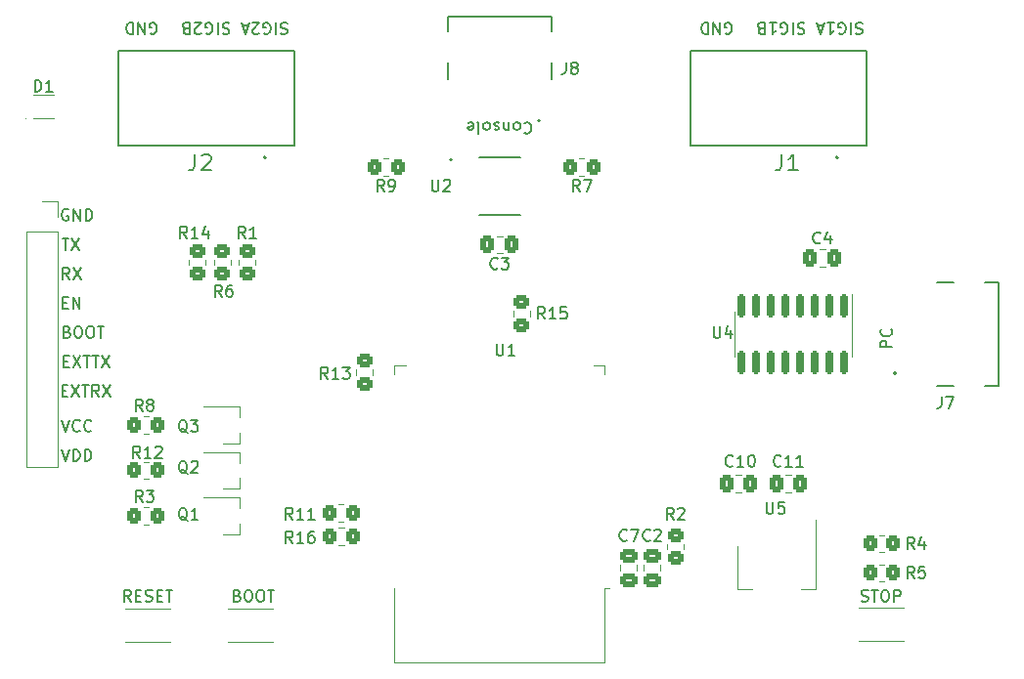
<source format=gto>
%TF.GenerationSoftware,KiCad,Pcbnew,(6.0.1)*%
%TF.CreationDate,2022-03-17T17:30:18+01:00*%
%TF.ProjectId,Control,436f6e74-726f-46c2-9e6b-696361645f70,v01*%
%TF.SameCoordinates,Original*%
%TF.FileFunction,Legend,Top*%
%TF.FilePolarity,Positive*%
%FSLAX46Y46*%
G04 Gerber Fmt 4.6, Leading zero omitted, Abs format (unit mm)*
G04 Created by KiCad (PCBNEW (6.0.1)) date 2022-03-17 17:30:18*
%MOMM*%
%LPD*%
G01*
G04 APERTURE LIST*
G04 Aperture macros list*
%AMRoundRect*
0 Rectangle with rounded corners*
0 $1 Rounding radius*
0 $2 $3 $4 $5 $6 $7 $8 $9 X,Y pos of 4 corners*
0 Add a 4 corners polygon primitive as box body*
4,1,4,$2,$3,$4,$5,$6,$7,$8,$9,$2,$3,0*
0 Add four circle primitives for the rounded corners*
1,1,$1+$1,$2,$3*
1,1,$1+$1,$4,$5*
1,1,$1+$1,$6,$7*
1,1,$1+$1,$8,$9*
0 Add four rect primitives between the rounded corners*
20,1,$1+$1,$2,$3,$4,$5,0*
20,1,$1+$1,$4,$5,$6,$7,0*
20,1,$1+$1,$6,$7,$8,$9,0*
20,1,$1+$1,$8,$9,$2,$3,0*%
G04 Aperture macros list end*
%ADD10C,0.150000*%
%ADD11C,0.127000*%
%ADD12C,0.200000*%
%ADD13C,0.120000*%
%ADD14C,0.100000*%
%ADD15C,0.700000*%
%ADD16R,1.450000X0.600000*%
%ADD17R,1.450000X0.300000*%
%ADD18O,2.100000X1.050000*%
%ADD19RoundRect,0.249999X-0.350001X-0.450001X0.350001X-0.450001X0.350001X0.450001X-0.350001X0.450001X0*%
%ADD20R,1.900000X0.800000*%
%ADD21RoundRect,0.249999X0.350001X0.450001X-0.350001X0.450001X-0.350001X-0.450001X0.350001X-0.450001X0*%
%ADD22R,0.800000X2.000000*%
%ADD23R,0.600000X1.450000*%
%ADD24R,0.300000X1.450000*%
%ADD25O,1.050000X2.100000*%
%ADD26RoundRect,0.150000X-0.150000X0.825000X-0.150000X-0.825000X0.150000X-0.825000X0.150000X0.825000X0*%
%ADD27R,1.950000X1.950000*%
%ADD28C,1.950000*%
%ADD29RoundRect,0.249999X-0.450001X0.350001X-0.450001X-0.350001X0.450001X-0.350001X0.450001X0.350001X0*%
%ADD30RoundRect,0.250000X-0.475000X0.337500X-0.475000X-0.337500X0.475000X-0.337500X0.475000X0.337500X0*%
%ADD31RoundRect,0.250000X0.350000X0.450000X-0.350000X0.450000X-0.350000X-0.450000X0.350000X-0.450000X0*%
%ADD32R,2.000000X0.900000*%
%ADD33R,0.900000X2.000000*%
%ADD34R,5.000000X5.000000*%
%ADD35RoundRect,0.250000X-0.450000X0.350000X-0.450000X-0.350000X0.450000X-0.350000X0.450000X0.350000X0*%
%ADD36R,1.500000X2.000000*%
%ADD37R,3.800000X2.000000*%
%ADD38C,3.800000*%
%ADD39R,1.570000X0.410000*%
%ADD40RoundRect,0.250000X0.337500X0.475000X-0.337500X0.475000X-0.337500X-0.475000X0.337500X-0.475000X0*%
%ADD41RoundRect,0.250000X-0.337500X-0.475000X0.337500X-0.475000X0.337500X0.475000X-0.337500X0.475000X0*%
%ADD42R,0.850000X0.550000*%
%ADD43R,1.700000X1.700000*%
%ADD44O,1.700000X1.700000*%
%ADD45RoundRect,0.250000X-0.350000X-0.450000X0.350000X-0.450000X0.350000X0.450000X-0.350000X0.450000X0*%
G04 APERTURE END LIST*
D10*
X124626857Y-124388571D02*
X124769714Y-124436190D01*
X124817333Y-124483809D01*
X124864952Y-124579047D01*
X124864952Y-124721904D01*
X124817333Y-124817142D01*
X124769714Y-124864761D01*
X124674476Y-124912380D01*
X124293523Y-124912380D01*
X124293523Y-123912380D01*
X124626857Y-123912380D01*
X124722095Y-123960000D01*
X124769714Y-124007619D01*
X124817333Y-124102857D01*
X124817333Y-124198095D01*
X124769714Y-124293333D01*
X124722095Y-124340952D01*
X124626857Y-124388571D01*
X124293523Y-124388571D01*
X125484000Y-123912380D02*
X125674476Y-123912380D01*
X125769714Y-123960000D01*
X125864952Y-124055238D01*
X125912571Y-124245714D01*
X125912571Y-124579047D01*
X125864952Y-124769523D01*
X125769714Y-124864761D01*
X125674476Y-124912380D01*
X125484000Y-124912380D01*
X125388761Y-124864761D01*
X125293523Y-124769523D01*
X125245904Y-124579047D01*
X125245904Y-124245714D01*
X125293523Y-124055238D01*
X125388761Y-123960000D01*
X125484000Y-123912380D01*
X126531619Y-123912380D02*
X126722095Y-123912380D01*
X126817333Y-123960000D01*
X126912571Y-124055238D01*
X126960190Y-124245714D01*
X126960190Y-124579047D01*
X126912571Y-124769523D01*
X126817333Y-124864761D01*
X126722095Y-124912380D01*
X126531619Y-124912380D01*
X126436380Y-124864761D01*
X126341142Y-124769523D01*
X126293523Y-124579047D01*
X126293523Y-124245714D01*
X126341142Y-124055238D01*
X126436380Y-123960000D01*
X126531619Y-123912380D01*
X127245904Y-123912380D02*
X127817333Y-123912380D01*
X127531619Y-124912380D02*
X127531619Y-123912380D01*
X166877904Y-75684000D02*
X166973142Y-75731619D01*
X167116000Y-75731619D01*
X167258857Y-75684000D01*
X167354095Y-75588761D01*
X167401714Y-75493523D01*
X167449333Y-75303047D01*
X167449333Y-75160190D01*
X167401714Y-74969714D01*
X167354095Y-74874476D01*
X167258857Y-74779238D01*
X167116000Y-74731619D01*
X167020761Y-74731619D01*
X166877904Y-74779238D01*
X166830285Y-74826857D01*
X166830285Y-75160190D01*
X167020761Y-75160190D01*
X166401714Y-74731619D02*
X166401714Y-75731619D01*
X165830285Y-74731619D01*
X165830285Y-75731619D01*
X165354095Y-74731619D02*
X165354095Y-75731619D01*
X165116000Y-75731619D01*
X164973142Y-75684000D01*
X164877904Y-75588761D01*
X164830285Y-75493523D01*
X164782666Y-75303047D01*
X164782666Y-75160190D01*
X164830285Y-74969714D01*
X164877904Y-74874476D01*
X164973142Y-74779238D01*
X165116000Y-74731619D01*
X165354095Y-74731619D01*
X109474095Y-93432380D02*
X110045523Y-93432380D01*
X109759809Y-94432380D02*
X109759809Y-93432380D01*
X110283619Y-93432380D02*
X110950285Y-94432380D01*
X110950285Y-93432380D02*
X110283619Y-94432380D01*
X181300380Y-102869904D02*
X180300380Y-102869904D01*
X180300380Y-102488952D01*
X180348000Y-102393714D01*
X180395619Y-102346095D01*
X180490857Y-102298476D01*
X180633714Y-102298476D01*
X180728952Y-102346095D01*
X180776571Y-102393714D01*
X180824190Y-102488952D01*
X180824190Y-102869904D01*
X181205142Y-101298476D02*
X181252761Y-101346095D01*
X181300380Y-101488952D01*
X181300380Y-101584190D01*
X181252761Y-101727047D01*
X181157523Y-101822285D01*
X181062285Y-101869904D01*
X180871809Y-101917523D01*
X180728952Y-101917523D01*
X180538476Y-101869904D01*
X180443238Y-101822285D01*
X180348000Y-101727047D01*
X180300380Y-101584190D01*
X180300380Y-101488952D01*
X180348000Y-101346095D01*
X180395619Y-101298476D01*
X109577428Y-104068571D02*
X109910761Y-104068571D01*
X110053619Y-104592380D02*
X109577428Y-104592380D01*
X109577428Y-103592380D01*
X110053619Y-103592380D01*
X110386952Y-103592380D02*
X111053619Y-104592380D01*
X111053619Y-103592380D02*
X110386952Y-104592380D01*
X111291714Y-103592380D02*
X111863142Y-103592380D01*
X111577428Y-104592380D02*
X111577428Y-103592380D01*
X112053619Y-103592380D02*
X112625047Y-103592380D01*
X112339333Y-104592380D02*
X112339333Y-103592380D01*
X112863142Y-103592380D02*
X113529809Y-104592380D01*
X113529809Y-103592380D02*
X112863142Y-104592380D01*
X178649523Y-124864761D02*
X178792380Y-124912380D01*
X179030476Y-124912380D01*
X179125714Y-124864761D01*
X179173333Y-124817142D01*
X179220952Y-124721904D01*
X179220952Y-124626666D01*
X179173333Y-124531428D01*
X179125714Y-124483809D01*
X179030476Y-124436190D01*
X178840000Y-124388571D01*
X178744761Y-124340952D01*
X178697142Y-124293333D01*
X178649523Y-124198095D01*
X178649523Y-124102857D01*
X178697142Y-124007619D01*
X178744761Y-123960000D01*
X178840000Y-123912380D01*
X179078095Y-123912380D01*
X179220952Y-123960000D01*
X179506666Y-123912380D02*
X180078095Y-123912380D01*
X179792380Y-124912380D02*
X179792380Y-123912380D01*
X180601904Y-123912380D02*
X180792380Y-123912380D01*
X180887619Y-123960000D01*
X180982857Y-124055238D01*
X181030476Y-124245714D01*
X181030476Y-124579047D01*
X180982857Y-124769523D01*
X180887619Y-124864761D01*
X180792380Y-124912380D01*
X180601904Y-124912380D01*
X180506666Y-124864761D01*
X180411428Y-124769523D01*
X180363809Y-124579047D01*
X180363809Y-124245714D01*
X180411428Y-124055238D01*
X180506666Y-123960000D01*
X180601904Y-123912380D01*
X181459047Y-124912380D02*
X181459047Y-123912380D01*
X181840000Y-123912380D01*
X181935238Y-123960000D01*
X181982857Y-124007619D01*
X182030476Y-124102857D01*
X182030476Y-124245714D01*
X181982857Y-124340952D01*
X181935238Y-124388571D01*
X181840000Y-124436190D01*
X181459047Y-124436190D01*
X115387619Y-124912380D02*
X115054285Y-124436190D01*
X114816190Y-124912380D02*
X114816190Y-123912380D01*
X115197142Y-123912380D01*
X115292380Y-123960000D01*
X115340000Y-124007619D01*
X115387619Y-124102857D01*
X115387619Y-124245714D01*
X115340000Y-124340952D01*
X115292380Y-124388571D01*
X115197142Y-124436190D01*
X114816190Y-124436190D01*
X115816190Y-124388571D02*
X116149523Y-124388571D01*
X116292380Y-124912380D02*
X115816190Y-124912380D01*
X115816190Y-123912380D01*
X116292380Y-123912380D01*
X116673333Y-124864761D02*
X116816190Y-124912380D01*
X117054285Y-124912380D01*
X117149523Y-124864761D01*
X117197142Y-124817142D01*
X117244761Y-124721904D01*
X117244761Y-124626666D01*
X117197142Y-124531428D01*
X117149523Y-124483809D01*
X117054285Y-124436190D01*
X116863809Y-124388571D01*
X116768571Y-124340952D01*
X116720952Y-124293333D01*
X116673333Y-124198095D01*
X116673333Y-124102857D01*
X116720952Y-124007619D01*
X116768571Y-123960000D01*
X116863809Y-123912380D01*
X117101904Y-123912380D01*
X117244761Y-123960000D01*
X117673333Y-124388571D02*
X118006666Y-124388571D01*
X118149523Y-124912380D02*
X117673333Y-124912380D01*
X117673333Y-123912380D01*
X118149523Y-123912380D01*
X118435238Y-123912380D02*
X119006666Y-123912380D01*
X118720952Y-124912380D02*
X118720952Y-123912380D01*
X109410666Y-109180380D02*
X109744000Y-110180380D01*
X110077333Y-109180380D01*
X110982095Y-110085142D02*
X110934476Y-110132761D01*
X110791619Y-110180380D01*
X110696380Y-110180380D01*
X110553523Y-110132761D01*
X110458285Y-110037523D01*
X110410666Y-109942285D01*
X110363047Y-109751809D01*
X110363047Y-109608952D01*
X110410666Y-109418476D01*
X110458285Y-109323238D01*
X110553523Y-109228000D01*
X110696380Y-109180380D01*
X110791619Y-109180380D01*
X110934476Y-109228000D01*
X110982095Y-109275619D01*
X111982095Y-110085142D02*
X111934476Y-110132761D01*
X111791619Y-110180380D01*
X111696380Y-110180380D01*
X111553523Y-110132761D01*
X111458285Y-110037523D01*
X111410666Y-109942285D01*
X111363047Y-109751809D01*
X111363047Y-109608952D01*
X111410666Y-109418476D01*
X111458285Y-109323238D01*
X111553523Y-109228000D01*
X111696380Y-109180380D01*
X111791619Y-109180380D01*
X111934476Y-109228000D01*
X111982095Y-109275619D01*
X178712571Y-74779238D02*
X178569714Y-74731619D01*
X178331619Y-74731619D01*
X178236380Y-74779238D01*
X178188761Y-74826857D01*
X178141142Y-74922095D01*
X178141142Y-75017333D01*
X178188761Y-75112571D01*
X178236380Y-75160190D01*
X178331619Y-75207809D01*
X178522095Y-75255428D01*
X178617333Y-75303047D01*
X178664952Y-75350666D01*
X178712571Y-75445904D01*
X178712571Y-75541142D01*
X178664952Y-75636380D01*
X178617333Y-75684000D01*
X178522095Y-75731619D01*
X178284000Y-75731619D01*
X178141142Y-75684000D01*
X177712571Y-74731619D02*
X177712571Y-75731619D01*
X176712571Y-75684000D02*
X176807809Y-75731619D01*
X176950666Y-75731619D01*
X177093523Y-75684000D01*
X177188761Y-75588761D01*
X177236380Y-75493523D01*
X177284000Y-75303047D01*
X177284000Y-75160190D01*
X177236380Y-74969714D01*
X177188761Y-74874476D01*
X177093523Y-74779238D01*
X176950666Y-74731619D01*
X176855428Y-74731619D01*
X176712571Y-74779238D01*
X176664952Y-74826857D01*
X176664952Y-75160190D01*
X176855428Y-75160190D01*
X175712571Y-74731619D02*
X176284000Y-74731619D01*
X175998285Y-74731619D02*
X175998285Y-75731619D01*
X176093523Y-75588761D01*
X176188761Y-75493523D01*
X176284000Y-75445904D01*
X175331619Y-75017333D02*
X174855428Y-75017333D01*
X175426857Y-74731619D02*
X175093523Y-75731619D01*
X174760190Y-74731619D01*
X173704000Y-74779238D02*
X173561142Y-74731619D01*
X173323047Y-74731619D01*
X173227809Y-74779238D01*
X173180190Y-74826857D01*
X173132571Y-74922095D01*
X173132571Y-75017333D01*
X173180190Y-75112571D01*
X173227809Y-75160190D01*
X173323047Y-75207809D01*
X173513523Y-75255428D01*
X173608761Y-75303047D01*
X173656380Y-75350666D01*
X173704000Y-75445904D01*
X173704000Y-75541142D01*
X173656380Y-75636380D01*
X173608761Y-75684000D01*
X173513523Y-75731619D01*
X173275428Y-75731619D01*
X173132571Y-75684000D01*
X172704000Y-74731619D02*
X172704000Y-75731619D01*
X171704000Y-75684000D02*
X171799238Y-75731619D01*
X171942095Y-75731619D01*
X172084952Y-75684000D01*
X172180190Y-75588761D01*
X172227809Y-75493523D01*
X172275428Y-75303047D01*
X172275428Y-75160190D01*
X172227809Y-74969714D01*
X172180190Y-74874476D01*
X172084952Y-74779238D01*
X171942095Y-74731619D01*
X171846857Y-74731619D01*
X171704000Y-74779238D01*
X171656380Y-74826857D01*
X171656380Y-75160190D01*
X171846857Y-75160190D01*
X170704000Y-74731619D02*
X171275428Y-74731619D01*
X170989714Y-74731619D02*
X170989714Y-75731619D01*
X171084952Y-75588761D01*
X171180190Y-75493523D01*
X171275428Y-75445904D01*
X169942095Y-75255428D02*
X169799238Y-75207809D01*
X169751619Y-75160190D01*
X169704000Y-75064952D01*
X169704000Y-74922095D01*
X169751619Y-74826857D01*
X169799238Y-74779238D01*
X169894476Y-74731619D01*
X170275428Y-74731619D01*
X170275428Y-75731619D01*
X169942095Y-75731619D01*
X169846857Y-75684000D01*
X169799238Y-75636380D01*
X169751619Y-75541142D01*
X169751619Y-75445904D01*
X169799238Y-75350666D01*
X169846857Y-75303047D01*
X169942095Y-75255428D01*
X170275428Y-75255428D01*
X123920000Y-74779238D02*
X123777142Y-74731619D01*
X123539047Y-74731619D01*
X123443809Y-74779238D01*
X123396190Y-74826857D01*
X123348571Y-74922095D01*
X123348571Y-75017333D01*
X123396190Y-75112571D01*
X123443809Y-75160190D01*
X123539047Y-75207809D01*
X123729523Y-75255428D01*
X123824761Y-75303047D01*
X123872380Y-75350666D01*
X123920000Y-75445904D01*
X123920000Y-75541142D01*
X123872380Y-75636380D01*
X123824761Y-75684000D01*
X123729523Y-75731619D01*
X123491428Y-75731619D01*
X123348571Y-75684000D01*
X122920000Y-74731619D02*
X122920000Y-75731619D01*
X121920000Y-75684000D02*
X122015238Y-75731619D01*
X122158095Y-75731619D01*
X122300952Y-75684000D01*
X122396190Y-75588761D01*
X122443809Y-75493523D01*
X122491428Y-75303047D01*
X122491428Y-75160190D01*
X122443809Y-74969714D01*
X122396190Y-74874476D01*
X122300952Y-74779238D01*
X122158095Y-74731619D01*
X122062857Y-74731619D01*
X121920000Y-74779238D01*
X121872380Y-74826857D01*
X121872380Y-75160190D01*
X122062857Y-75160190D01*
X121491428Y-75636380D02*
X121443809Y-75684000D01*
X121348571Y-75731619D01*
X121110476Y-75731619D01*
X121015238Y-75684000D01*
X120967619Y-75636380D01*
X120920000Y-75541142D01*
X120920000Y-75445904D01*
X120967619Y-75303047D01*
X121539047Y-74731619D01*
X120920000Y-74731619D01*
X120158095Y-75255428D02*
X120015238Y-75207809D01*
X119967619Y-75160190D01*
X119920000Y-75064952D01*
X119920000Y-74922095D01*
X119967619Y-74826857D01*
X120015238Y-74779238D01*
X120110476Y-74731619D01*
X120491428Y-74731619D01*
X120491428Y-75731619D01*
X120158095Y-75731619D01*
X120062857Y-75684000D01*
X120015238Y-75636380D01*
X119967619Y-75541142D01*
X119967619Y-75445904D01*
X120015238Y-75350666D01*
X120062857Y-75303047D01*
X120158095Y-75255428D01*
X120491428Y-75255428D01*
X109458380Y-106608571D02*
X109791714Y-106608571D01*
X109934571Y-107132380D02*
X109458380Y-107132380D01*
X109458380Y-106132380D01*
X109934571Y-106132380D01*
X110267904Y-106132380D02*
X110934571Y-107132380D01*
X110934571Y-106132380D02*
X110267904Y-107132380D01*
X111172666Y-106132380D02*
X111744095Y-106132380D01*
X111458380Y-107132380D02*
X111458380Y-106132380D01*
X112648857Y-107132380D02*
X112315523Y-106656190D01*
X112077428Y-107132380D02*
X112077428Y-106132380D01*
X112458380Y-106132380D01*
X112553619Y-106180000D01*
X112601238Y-106227619D01*
X112648857Y-106322857D01*
X112648857Y-106465714D01*
X112601238Y-106560952D01*
X112553619Y-106608571D01*
X112458380Y-106656190D01*
X112077428Y-106656190D01*
X112982190Y-106132380D02*
X113648857Y-107132380D01*
X113648857Y-106132380D02*
X112982190Y-107132380D01*
X109982095Y-90940000D02*
X109886857Y-90892380D01*
X109744000Y-90892380D01*
X109601142Y-90940000D01*
X109505904Y-91035238D01*
X109458285Y-91130476D01*
X109410666Y-91320952D01*
X109410666Y-91463809D01*
X109458285Y-91654285D01*
X109505904Y-91749523D01*
X109601142Y-91844761D01*
X109744000Y-91892380D01*
X109839238Y-91892380D01*
X109982095Y-91844761D01*
X110029714Y-91797142D01*
X110029714Y-91463809D01*
X109839238Y-91463809D01*
X110458285Y-91892380D02*
X110458285Y-90892380D01*
X111029714Y-91892380D01*
X111029714Y-90892380D01*
X111505904Y-91892380D02*
X111505904Y-90892380D01*
X111744000Y-90892380D01*
X111886857Y-90940000D01*
X111982095Y-91035238D01*
X112029714Y-91130476D01*
X112077333Y-91320952D01*
X112077333Y-91463809D01*
X112029714Y-91654285D01*
X111982095Y-91749523D01*
X111886857Y-91844761D01*
X111744000Y-91892380D01*
X111505904Y-91892380D01*
X109410666Y-111720380D02*
X109744000Y-112720380D01*
X110077333Y-111720380D01*
X110410666Y-112720380D02*
X110410666Y-111720380D01*
X110648761Y-111720380D01*
X110791619Y-111768000D01*
X110886857Y-111863238D01*
X110934476Y-111958476D01*
X110982095Y-112148952D01*
X110982095Y-112291809D01*
X110934476Y-112482285D01*
X110886857Y-112577523D01*
X110791619Y-112672761D01*
X110648761Y-112720380D01*
X110410666Y-112720380D01*
X111410666Y-112720380D02*
X111410666Y-111720380D01*
X111648761Y-111720380D01*
X111791619Y-111768000D01*
X111886857Y-111863238D01*
X111934476Y-111958476D01*
X111982095Y-112148952D01*
X111982095Y-112291809D01*
X111934476Y-112482285D01*
X111886857Y-112577523D01*
X111791619Y-112672761D01*
X111648761Y-112720380D01*
X111410666Y-112720380D01*
X109497904Y-98988571D02*
X109831238Y-98988571D01*
X109974095Y-99512380D02*
X109497904Y-99512380D01*
X109497904Y-98512380D01*
X109974095Y-98512380D01*
X110402666Y-99512380D02*
X110402666Y-98512380D01*
X110974095Y-99512380D01*
X110974095Y-98512380D01*
X128928571Y-74779238D02*
X128785714Y-74731619D01*
X128547619Y-74731619D01*
X128452380Y-74779238D01*
X128404761Y-74826857D01*
X128357142Y-74922095D01*
X128357142Y-75017333D01*
X128404761Y-75112571D01*
X128452380Y-75160190D01*
X128547619Y-75207809D01*
X128738095Y-75255428D01*
X128833333Y-75303047D01*
X128880952Y-75350666D01*
X128928571Y-75445904D01*
X128928571Y-75541142D01*
X128880952Y-75636380D01*
X128833333Y-75684000D01*
X128738095Y-75731619D01*
X128500000Y-75731619D01*
X128357142Y-75684000D01*
X127928571Y-74731619D02*
X127928571Y-75731619D01*
X126928571Y-75684000D02*
X127023809Y-75731619D01*
X127166666Y-75731619D01*
X127309523Y-75684000D01*
X127404761Y-75588761D01*
X127452380Y-75493523D01*
X127500000Y-75303047D01*
X127500000Y-75160190D01*
X127452380Y-74969714D01*
X127404761Y-74874476D01*
X127309523Y-74779238D01*
X127166666Y-74731619D01*
X127071428Y-74731619D01*
X126928571Y-74779238D01*
X126880952Y-74826857D01*
X126880952Y-75160190D01*
X127071428Y-75160190D01*
X126500000Y-75636380D02*
X126452380Y-75684000D01*
X126357142Y-75731619D01*
X126119047Y-75731619D01*
X126023809Y-75684000D01*
X125976190Y-75636380D01*
X125928571Y-75541142D01*
X125928571Y-75445904D01*
X125976190Y-75303047D01*
X126547619Y-74731619D01*
X125928571Y-74731619D01*
X125547619Y-75017333D02*
X125071428Y-75017333D01*
X125642857Y-74731619D02*
X125309523Y-75731619D01*
X124976190Y-74731619D01*
X117093904Y-75684000D02*
X117189142Y-75731619D01*
X117332000Y-75731619D01*
X117474857Y-75684000D01*
X117570095Y-75588761D01*
X117617714Y-75493523D01*
X117665333Y-75303047D01*
X117665333Y-75160190D01*
X117617714Y-74969714D01*
X117570095Y-74874476D01*
X117474857Y-74779238D01*
X117332000Y-74731619D01*
X117236761Y-74731619D01*
X117093904Y-74779238D01*
X117046285Y-74826857D01*
X117046285Y-75160190D01*
X117236761Y-75160190D01*
X116617714Y-74731619D02*
X116617714Y-75731619D01*
X116046285Y-74731619D01*
X116046285Y-75731619D01*
X115570095Y-74731619D02*
X115570095Y-75731619D01*
X115332000Y-75731619D01*
X115189142Y-75684000D01*
X115093904Y-75588761D01*
X115046285Y-75493523D01*
X114998666Y-75303047D01*
X114998666Y-75160190D01*
X115046285Y-74969714D01*
X115093904Y-74874476D01*
X115189142Y-74779238D01*
X115332000Y-74731619D01*
X115570095Y-74731619D01*
X109894857Y-101528571D02*
X110037714Y-101576190D01*
X110085333Y-101623809D01*
X110132952Y-101719047D01*
X110132952Y-101861904D01*
X110085333Y-101957142D01*
X110037714Y-102004761D01*
X109942476Y-102052380D01*
X109561523Y-102052380D01*
X109561523Y-101052380D01*
X109894857Y-101052380D01*
X109990095Y-101100000D01*
X110037714Y-101147619D01*
X110085333Y-101242857D01*
X110085333Y-101338095D01*
X110037714Y-101433333D01*
X109990095Y-101480952D01*
X109894857Y-101528571D01*
X109561523Y-101528571D01*
X110752000Y-101052380D02*
X110942476Y-101052380D01*
X111037714Y-101100000D01*
X111132952Y-101195238D01*
X111180571Y-101385714D01*
X111180571Y-101719047D01*
X111132952Y-101909523D01*
X111037714Y-102004761D01*
X110942476Y-102052380D01*
X110752000Y-102052380D01*
X110656761Y-102004761D01*
X110561523Y-101909523D01*
X110513904Y-101719047D01*
X110513904Y-101385714D01*
X110561523Y-101195238D01*
X110656761Y-101100000D01*
X110752000Y-101052380D01*
X111799619Y-101052380D02*
X111990095Y-101052380D01*
X112085333Y-101100000D01*
X112180571Y-101195238D01*
X112228190Y-101385714D01*
X112228190Y-101719047D01*
X112180571Y-101909523D01*
X112085333Y-102004761D01*
X111990095Y-102052380D01*
X111799619Y-102052380D01*
X111704380Y-102004761D01*
X111609142Y-101909523D01*
X111561523Y-101719047D01*
X111561523Y-101385714D01*
X111609142Y-101195238D01*
X111704380Y-101100000D01*
X111799619Y-101052380D01*
X112513904Y-101052380D02*
X113085333Y-101052380D01*
X112799619Y-102052380D02*
X112799619Y-101052380D01*
X149462857Y-83462857D02*
X149510476Y-83415238D01*
X149653333Y-83367619D01*
X149748571Y-83367619D01*
X149891428Y-83415238D01*
X149986666Y-83510476D01*
X150034285Y-83605714D01*
X150081904Y-83796190D01*
X150081904Y-83939047D01*
X150034285Y-84129523D01*
X149986666Y-84224761D01*
X149891428Y-84320000D01*
X149748571Y-84367619D01*
X149653333Y-84367619D01*
X149510476Y-84320000D01*
X149462857Y-84272380D01*
X148891428Y-83367619D02*
X148986666Y-83415238D01*
X149034285Y-83462857D01*
X149081904Y-83558095D01*
X149081904Y-83843809D01*
X149034285Y-83939047D01*
X148986666Y-83986666D01*
X148891428Y-84034285D01*
X148748571Y-84034285D01*
X148653333Y-83986666D01*
X148605714Y-83939047D01*
X148558095Y-83843809D01*
X148558095Y-83558095D01*
X148605714Y-83462857D01*
X148653333Y-83415238D01*
X148748571Y-83367619D01*
X148891428Y-83367619D01*
X148129523Y-84034285D02*
X148129523Y-83367619D01*
X148129523Y-83939047D02*
X148081904Y-83986666D01*
X147986666Y-84034285D01*
X147843809Y-84034285D01*
X147748571Y-83986666D01*
X147700952Y-83891428D01*
X147700952Y-83367619D01*
X147272380Y-83415238D02*
X147177142Y-83367619D01*
X146986666Y-83367619D01*
X146891428Y-83415238D01*
X146843809Y-83510476D01*
X146843809Y-83558095D01*
X146891428Y-83653333D01*
X146986666Y-83700952D01*
X147129523Y-83700952D01*
X147224761Y-83748571D01*
X147272380Y-83843809D01*
X147272380Y-83891428D01*
X147224761Y-83986666D01*
X147129523Y-84034285D01*
X146986666Y-84034285D01*
X146891428Y-83986666D01*
X146272380Y-83367619D02*
X146367619Y-83415238D01*
X146415238Y-83462857D01*
X146462857Y-83558095D01*
X146462857Y-83843809D01*
X146415238Y-83939047D01*
X146367619Y-83986666D01*
X146272380Y-84034285D01*
X146129523Y-84034285D01*
X146034285Y-83986666D01*
X145986666Y-83939047D01*
X145939047Y-83843809D01*
X145939047Y-83558095D01*
X145986666Y-83462857D01*
X146034285Y-83415238D01*
X146129523Y-83367619D01*
X146272380Y-83367619D01*
X145367619Y-83367619D02*
X145462857Y-83415238D01*
X145510476Y-83510476D01*
X145510476Y-84367619D01*
X144605714Y-83415238D02*
X144700952Y-83367619D01*
X144891428Y-83367619D01*
X144986666Y-83415238D01*
X145034285Y-83510476D01*
X145034285Y-83891428D01*
X144986666Y-83986666D01*
X144891428Y-84034285D01*
X144700952Y-84034285D01*
X144605714Y-83986666D01*
X144558095Y-83891428D01*
X144558095Y-83796190D01*
X145034285Y-83700952D01*
X110069333Y-96972380D02*
X109736000Y-96496190D01*
X109497904Y-96972380D02*
X109497904Y-95972380D01*
X109878857Y-95972380D01*
X109974095Y-96020000D01*
X110021714Y-96067619D01*
X110069333Y-96162857D01*
X110069333Y-96305714D01*
X110021714Y-96400952D01*
X109974095Y-96448571D01*
X109878857Y-96496190D01*
X109497904Y-96496190D01*
X110402666Y-95972380D02*
X111069333Y-96972380D01*
X111069333Y-95972380D02*
X110402666Y-96972380D01*
%TO.C,J7*%
X185594666Y-107148380D02*
X185594666Y-107862666D01*
X185547047Y-108005523D01*
X185451809Y-108100761D01*
X185308952Y-108148380D01*
X185213714Y-108148380D01*
X185975619Y-107148380D02*
X186642285Y-107148380D01*
X186213714Y-108148380D01*
%TO.C,R4*%
X183221333Y-120340380D02*
X182888000Y-119864190D01*
X182649904Y-120340380D02*
X182649904Y-119340380D01*
X183030857Y-119340380D01*
X183126095Y-119388000D01*
X183173714Y-119435619D01*
X183221333Y-119530857D01*
X183221333Y-119673714D01*
X183173714Y-119768952D01*
X183126095Y-119816571D01*
X183030857Y-119864190D01*
X182649904Y-119864190D01*
X184078476Y-119673714D02*
X184078476Y-120340380D01*
X183840380Y-119292761D02*
X183602285Y-120007047D01*
X184221333Y-120007047D01*
%TO.C,Q1*%
X120300761Y-117895619D02*
X120205523Y-117848000D01*
X120110285Y-117752761D01*
X119967428Y-117609904D01*
X119872190Y-117562285D01*
X119776952Y-117562285D01*
X119824571Y-117800380D02*
X119729333Y-117752761D01*
X119634095Y-117657523D01*
X119586476Y-117467047D01*
X119586476Y-117133714D01*
X119634095Y-116943238D01*
X119729333Y-116848000D01*
X119824571Y-116800380D01*
X120015047Y-116800380D01*
X120110285Y-116848000D01*
X120205523Y-116943238D01*
X120253142Y-117133714D01*
X120253142Y-117467047D01*
X120205523Y-117657523D01*
X120110285Y-117752761D01*
X120015047Y-117800380D01*
X119824571Y-117800380D01*
X121205523Y-117800380D02*
X120634095Y-117800380D01*
X120919809Y-117800380D02*
X120919809Y-116800380D01*
X120824571Y-116943238D01*
X120729333Y-117038476D01*
X120634095Y-117086095D01*
%TO.C,R3*%
X116419333Y-116276380D02*
X116086000Y-115800190D01*
X115847904Y-116276380D02*
X115847904Y-115276380D01*
X116228857Y-115276380D01*
X116324095Y-115324000D01*
X116371714Y-115371619D01*
X116419333Y-115466857D01*
X116419333Y-115609714D01*
X116371714Y-115704952D01*
X116324095Y-115752571D01*
X116228857Y-115800190D01*
X115847904Y-115800190D01*
X116752666Y-115276380D02*
X117371714Y-115276380D01*
X117038380Y-115657333D01*
X117181238Y-115657333D01*
X117276476Y-115704952D01*
X117324095Y-115752571D01*
X117371714Y-115847809D01*
X117371714Y-116085904D01*
X117324095Y-116181142D01*
X117276476Y-116228761D01*
X117181238Y-116276380D01*
X116895523Y-116276380D01*
X116800285Y-116228761D01*
X116752666Y-116181142D01*
%TO.C,R5*%
X183221333Y-122880380D02*
X182888000Y-122404190D01*
X182649904Y-122880380D02*
X182649904Y-121880380D01*
X183030857Y-121880380D01*
X183126095Y-121928000D01*
X183173714Y-121975619D01*
X183221333Y-122070857D01*
X183221333Y-122213714D01*
X183173714Y-122308952D01*
X183126095Y-122356571D01*
X183030857Y-122404190D01*
X182649904Y-122404190D01*
X184126095Y-121880380D02*
X183649904Y-121880380D01*
X183602285Y-122356571D01*
X183649904Y-122308952D01*
X183745142Y-122261333D01*
X183983238Y-122261333D01*
X184078476Y-122308952D01*
X184126095Y-122356571D01*
X184173714Y-122451809D01*
X184173714Y-122689904D01*
X184126095Y-122785142D01*
X184078476Y-122832761D01*
X183983238Y-122880380D01*
X183745142Y-122880380D01*
X183649904Y-122832761D01*
X183602285Y-122785142D01*
%TO.C,J8*%
X153082666Y-78192380D02*
X153082666Y-78906666D01*
X153035047Y-79049523D01*
X152939809Y-79144761D01*
X152796952Y-79192380D01*
X152701714Y-79192380D01*
X153701714Y-78620952D02*
X153606476Y-78573333D01*
X153558857Y-78525714D01*
X153511238Y-78430476D01*
X153511238Y-78382857D01*
X153558857Y-78287619D01*
X153606476Y-78240000D01*
X153701714Y-78192380D01*
X153892190Y-78192380D01*
X153987428Y-78240000D01*
X154035047Y-78287619D01*
X154082666Y-78382857D01*
X154082666Y-78430476D01*
X154035047Y-78525714D01*
X153987428Y-78573333D01*
X153892190Y-78620952D01*
X153701714Y-78620952D01*
X153606476Y-78668571D01*
X153558857Y-78716190D01*
X153511238Y-78811428D01*
X153511238Y-79001904D01*
X153558857Y-79097142D01*
X153606476Y-79144761D01*
X153701714Y-79192380D01*
X153892190Y-79192380D01*
X153987428Y-79144761D01*
X154035047Y-79097142D01*
X154082666Y-79001904D01*
X154082666Y-78811428D01*
X154035047Y-78716190D01*
X153987428Y-78668571D01*
X153892190Y-78620952D01*
%TO.C,U4*%
X165862095Y-101052380D02*
X165862095Y-101861904D01*
X165909714Y-101957142D01*
X165957333Y-102004761D01*
X166052571Y-102052380D01*
X166243047Y-102052380D01*
X166338285Y-102004761D01*
X166385904Y-101957142D01*
X166433523Y-101861904D01*
X166433523Y-101052380D01*
X167338285Y-101385714D02*
X167338285Y-102052380D01*
X167100190Y-101004761D02*
X166862095Y-101719047D01*
X167481142Y-101719047D01*
%TO.C,R11*%
X129405142Y-117800380D02*
X129071809Y-117324190D01*
X128833714Y-117800380D02*
X128833714Y-116800380D01*
X129214666Y-116800380D01*
X129309904Y-116848000D01*
X129357523Y-116895619D01*
X129405142Y-116990857D01*
X129405142Y-117133714D01*
X129357523Y-117228952D01*
X129309904Y-117276571D01*
X129214666Y-117324190D01*
X128833714Y-117324190D01*
X130357523Y-117800380D02*
X129786095Y-117800380D01*
X130071809Y-117800380D02*
X130071809Y-116800380D01*
X129976571Y-116943238D01*
X129881333Y-117038476D01*
X129786095Y-117086095D01*
X131309904Y-117800380D02*
X130738476Y-117800380D01*
X131024190Y-117800380D02*
X131024190Y-116800380D01*
X130928952Y-116943238D01*
X130833714Y-117038476D01*
X130738476Y-117086095D01*
%TO.C,J2*%
X120945333Y-86146833D02*
X120945333Y-87146833D01*
X120878666Y-87346833D01*
X120745333Y-87480166D01*
X120545333Y-87546833D01*
X120412000Y-87546833D01*
X121545333Y-86280166D02*
X121612000Y-86213500D01*
X121745333Y-86146833D01*
X122078666Y-86146833D01*
X122212000Y-86213500D01*
X122278666Y-86280166D01*
X122345333Y-86413500D01*
X122345333Y-86546833D01*
X122278666Y-86746833D01*
X121478666Y-87546833D01*
X122345333Y-87546833D01*
%TO.C,R2*%
X162393333Y-117800380D02*
X162060000Y-117324190D01*
X161821904Y-117800380D02*
X161821904Y-116800380D01*
X162202857Y-116800380D01*
X162298095Y-116848000D01*
X162345714Y-116895619D01*
X162393333Y-116990857D01*
X162393333Y-117133714D01*
X162345714Y-117228952D01*
X162298095Y-117276571D01*
X162202857Y-117324190D01*
X161821904Y-117324190D01*
X162774285Y-116895619D02*
X162821904Y-116848000D01*
X162917142Y-116800380D01*
X163155238Y-116800380D01*
X163250476Y-116848000D01*
X163298095Y-116895619D01*
X163345714Y-116990857D01*
X163345714Y-117086095D01*
X163298095Y-117228952D01*
X162726666Y-117800380D01*
X163345714Y-117800380D01*
%TO.C,J1*%
X171745333Y-86146833D02*
X171745333Y-87146833D01*
X171678666Y-87346833D01*
X171545333Y-87480166D01*
X171345333Y-87546833D01*
X171212000Y-87546833D01*
X173145333Y-87546833D02*
X172345333Y-87546833D01*
X172745333Y-87546833D02*
X172745333Y-86146833D01*
X172612000Y-86346833D01*
X172478666Y-86480166D01*
X172345333Y-86546833D01*
%TO.C,C2*%
X160361333Y-119563142D02*
X160313714Y-119610761D01*
X160170857Y-119658380D01*
X160075619Y-119658380D01*
X159932761Y-119610761D01*
X159837523Y-119515523D01*
X159789904Y-119420285D01*
X159742285Y-119229809D01*
X159742285Y-119086952D01*
X159789904Y-118896476D01*
X159837523Y-118801238D01*
X159932761Y-118706000D01*
X160075619Y-118658380D01*
X160170857Y-118658380D01*
X160313714Y-118706000D01*
X160361333Y-118753619D01*
X160742285Y-118753619D02*
X160789904Y-118706000D01*
X160885142Y-118658380D01*
X161123238Y-118658380D01*
X161218476Y-118706000D01*
X161266095Y-118753619D01*
X161313714Y-118848857D01*
X161313714Y-118944095D01*
X161266095Y-119086952D01*
X160694666Y-119658380D01*
X161313714Y-119658380D01*
%TO.C,R7*%
X154265333Y-89351380D02*
X153932000Y-88875190D01*
X153693904Y-89351380D02*
X153693904Y-88351380D01*
X154074857Y-88351380D01*
X154170095Y-88399000D01*
X154217714Y-88446619D01*
X154265333Y-88541857D01*
X154265333Y-88684714D01*
X154217714Y-88779952D01*
X154170095Y-88827571D01*
X154074857Y-88875190D01*
X153693904Y-88875190D01*
X154598666Y-88351380D02*
X155265333Y-88351380D01*
X154836761Y-89351380D01*
%TO.C,U1*%
X147066095Y-102576380D02*
X147066095Y-103385904D01*
X147113714Y-103481142D01*
X147161333Y-103528761D01*
X147256571Y-103576380D01*
X147447047Y-103576380D01*
X147542285Y-103528761D01*
X147589904Y-103481142D01*
X147637523Y-103385904D01*
X147637523Y-102576380D01*
X148637523Y-103576380D02*
X148066095Y-103576380D01*
X148351809Y-103576380D02*
X148351809Y-102576380D01*
X148256571Y-102719238D01*
X148161333Y-102814476D01*
X148066095Y-102862095D01*
%TO.C,R14*%
X120261142Y-93416380D02*
X119927809Y-92940190D01*
X119689714Y-93416380D02*
X119689714Y-92416380D01*
X120070666Y-92416380D01*
X120165904Y-92464000D01*
X120213523Y-92511619D01*
X120261142Y-92606857D01*
X120261142Y-92749714D01*
X120213523Y-92844952D01*
X120165904Y-92892571D01*
X120070666Y-92940190D01*
X119689714Y-92940190D01*
X121213523Y-93416380D02*
X120642095Y-93416380D01*
X120927809Y-93416380D02*
X120927809Y-92416380D01*
X120832571Y-92559238D01*
X120737333Y-92654476D01*
X120642095Y-92702095D01*
X122070666Y-92749714D02*
X122070666Y-93416380D01*
X121832571Y-92368761D02*
X121594476Y-93083047D01*
X122213523Y-93083047D01*
%TO.C,U5*%
X170434095Y-116292380D02*
X170434095Y-117101904D01*
X170481714Y-117197142D01*
X170529333Y-117244761D01*
X170624571Y-117292380D01*
X170815047Y-117292380D01*
X170910285Y-117244761D01*
X170957904Y-117197142D01*
X171005523Y-117101904D01*
X171005523Y-116292380D01*
X171957904Y-116292380D02*
X171481714Y-116292380D01*
X171434095Y-116768571D01*
X171481714Y-116720952D01*
X171576952Y-116673333D01*
X171815047Y-116673333D01*
X171910285Y-116720952D01*
X171957904Y-116768571D01*
X172005523Y-116863809D01*
X172005523Y-117101904D01*
X171957904Y-117197142D01*
X171910285Y-117244761D01*
X171815047Y-117292380D01*
X171576952Y-117292380D01*
X171481714Y-117244761D01*
X171434095Y-117197142D01*
%TO.C,*%
%TO.C,R15*%
X151249142Y-100401380D02*
X150915809Y-99925190D01*
X150677714Y-100401380D02*
X150677714Y-99401380D01*
X151058666Y-99401380D01*
X151153904Y-99449000D01*
X151201523Y-99496619D01*
X151249142Y-99591857D01*
X151249142Y-99734714D01*
X151201523Y-99829952D01*
X151153904Y-99877571D01*
X151058666Y-99925190D01*
X150677714Y-99925190D01*
X152201523Y-100401380D02*
X151630095Y-100401380D01*
X151915809Y-100401380D02*
X151915809Y-99401380D01*
X151820571Y-99544238D01*
X151725333Y-99639476D01*
X151630095Y-99687095D01*
X153106285Y-99401380D02*
X152630095Y-99401380D01*
X152582476Y-99877571D01*
X152630095Y-99829952D01*
X152725333Y-99782333D01*
X152963428Y-99782333D01*
X153058666Y-99829952D01*
X153106285Y-99877571D01*
X153153904Y-99972809D01*
X153153904Y-100210904D01*
X153106285Y-100306142D01*
X153058666Y-100353761D01*
X152963428Y-100401380D01*
X152725333Y-100401380D01*
X152630095Y-100353761D01*
X152582476Y-100306142D01*
%TO.C,U2*%
X141478095Y-88352380D02*
X141478095Y-89161904D01*
X141525714Y-89257142D01*
X141573333Y-89304761D01*
X141668571Y-89352380D01*
X141859047Y-89352380D01*
X141954285Y-89304761D01*
X142001904Y-89257142D01*
X142049523Y-89161904D01*
X142049523Y-88352380D01*
X142478095Y-88447619D02*
X142525714Y-88400000D01*
X142620952Y-88352380D01*
X142859047Y-88352380D01*
X142954285Y-88400000D01*
X143001904Y-88447619D01*
X143049523Y-88542857D01*
X143049523Y-88638095D01*
X143001904Y-88780952D01*
X142430476Y-89352380D01*
X143049523Y-89352380D01*
%TO.C,C10*%
X167505142Y-113133142D02*
X167457523Y-113180761D01*
X167314666Y-113228380D01*
X167219428Y-113228380D01*
X167076571Y-113180761D01*
X166981333Y-113085523D01*
X166933714Y-112990285D01*
X166886095Y-112799809D01*
X166886095Y-112656952D01*
X166933714Y-112466476D01*
X166981333Y-112371238D01*
X167076571Y-112276000D01*
X167219428Y-112228380D01*
X167314666Y-112228380D01*
X167457523Y-112276000D01*
X167505142Y-112323619D01*
X168457523Y-113228380D02*
X167886095Y-113228380D01*
X168171809Y-113228380D02*
X168171809Y-112228380D01*
X168076571Y-112371238D01*
X167981333Y-112466476D01*
X167886095Y-112514095D01*
X169076571Y-112228380D02*
X169171809Y-112228380D01*
X169267047Y-112276000D01*
X169314666Y-112323619D01*
X169362285Y-112418857D01*
X169409904Y-112609333D01*
X169409904Y-112847428D01*
X169362285Y-113037904D01*
X169314666Y-113133142D01*
X169267047Y-113180761D01*
X169171809Y-113228380D01*
X169076571Y-113228380D01*
X168981333Y-113180761D01*
X168933714Y-113133142D01*
X168886095Y-113037904D01*
X168838476Y-112847428D01*
X168838476Y-112609333D01*
X168886095Y-112418857D01*
X168933714Y-112323619D01*
X168981333Y-112276000D01*
X169076571Y-112228380D01*
%TO.C,R12*%
X116197142Y-112466380D02*
X115863809Y-111990190D01*
X115625714Y-112466380D02*
X115625714Y-111466380D01*
X116006666Y-111466380D01*
X116101904Y-111514000D01*
X116149523Y-111561619D01*
X116197142Y-111656857D01*
X116197142Y-111799714D01*
X116149523Y-111894952D01*
X116101904Y-111942571D01*
X116006666Y-111990190D01*
X115625714Y-111990190D01*
X117149523Y-112466380D02*
X116578095Y-112466380D01*
X116863809Y-112466380D02*
X116863809Y-111466380D01*
X116768571Y-111609238D01*
X116673333Y-111704476D01*
X116578095Y-111752095D01*
X117530476Y-111561619D02*
X117578095Y-111514000D01*
X117673333Y-111466380D01*
X117911428Y-111466380D01*
X118006666Y-111514000D01*
X118054285Y-111561619D01*
X118101904Y-111656857D01*
X118101904Y-111752095D01*
X118054285Y-111894952D01*
X117482857Y-112466380D01*
X118101904Y-112466380D01*
%TO.C,C7*%
X158329333Y-119563142D02*
X158281714Y-119610761D01*
X158138857Y-119658380D01*
X158043619Y-119658380D01*
X157900761Y-119610761D01*
X157805523Y-119515523D01*
X157757904Y-119420285D01*
X157710285Y-119229809D01*
X157710285Y-119086952D01*
X157757904Y-118896476D01*
X157805523Y-118801238D01*
X157900761Y-118706000D01*
X158043619Y-118658380D01*
X158138857Y-118658380D01*
X158281714Y-118706000D01*
X158329333Y-118753619D01*
X158662666Y-118658380D02*
X159329333Y-118658380D01*
X158900761Y-119658380D01*
%TO.C,R13*%
X132453142Y-105608380D02*
X132119809Y-105132190D01*
X131881714Y-105608380D02*
X131881714Y-104608380D01*
X132262666Y-104608380D01*
X132357904Y-104656000D01*
X132405523Y-104703619D01*
X132453142Y-104798857D01*
X132453142Y-104941714D01*
X132405523Y-105036952D01*
X132357904Y-105084571D01*
X132262666Y-105132190D01*
X131881714Y-105132190D01*
X133405523Y-105608380D02*
X132834095Y-105608380D01*
X133119809Y-105608380D02*
X133119809Y-104608380D01*
X133024571Y-104751238D01*
X132929333Y-104846476D01*
X132834095Y-104894095D01*
X133738857Y-104608380D02*
X134357904Y-104608380D01*
X134024571Y-104989333D01*
X134167428Y-104989333D01*
X134262666Y-105036952D01*
X134310285Y-105084571D01*
X134357904Y-105179809D01*
X134357904Y-105417904D01*
X134310285Y-105513142D01*
X134262666Y-105560761D01*
X134167428Y-105608380D01*
X133881714Y-105608380D01*
X133786476Y-105560761D01*
X133738857Y-105513142D01*
%TO.C,C3*%
X147153333Y-96017142D02*
X147105714Y-96064761D01*
X146962857Y-96112380D01*
X146867619Y-96112380D01*
X146724761Y-96064761D01*
X146629523Y-95969523D01*
X146581904Y-95874285D01*
X146534285Y-95683809D01*
X146534285Y-95540952D01*
X146581904Y-95350476D01*
X146629523Y-95255238D01*
X146724761Y-95160000D01*
X146867619Y-95112380D01*
X146962857Y-95112380D01*
X147105714Y-95160000D01*
X147153333Y-95207619D01*
X147486666Y-95112380D02*
X148105714Y-95112380D01*
X147772380Y-95493333D01*
X147915238Y-95493333D01*
X148010476Y-95540952D01*
X148058095Y-95588571D01*
X148105714Y-95683809D01*
X148105714Y-95921904D01*
X148058095Y-96017142D01*
X148010476Y-96064761D01*
X147915238Y-96112380D01*
X147629523Y-96112380D01*
X147534285Y-96064761D01*
X147486666Y-96017142D01*
%TO.C,C11*%
X171674642Y-113133142D02*
X171627023Y-113180761D01*
X171484166Y-113228380D01*
X171388928Y-113228380D01*
X171246071Y-113180761D01*
X171150833Y-113085523D01*
X171103214Y-112990285D01*
X171055595Y-112799809D01*
X171055595Y-112656952D01*
X171103214Y-112466476D01*
X171150833Y-112371238D01*
X171246071Y-112276000D01*
X171388928Y-112228380D01*
X171484166Y-112228380D01*
X171627023Y-112276000D01*
X171674642Y-112323619D01*
X172627023Y-113228380D02*
X172055595Y-113228380D01*
X172341309Y-113228380D02*
X172341309Y-112228380D01*
X172246071Y-112371238D01*
X172150833Y-112466476D01*
X172055595Y-112514095D01*
X173579404Y-113228380D02*
X173007976Y-113228380D01*
X173293690Y-113228380D02*
X173293690Y-112228380D01*
X173198452Y-112371238D01*
X173103214Y-112466476D01*
X173007976Y-112514095D01*
%TO.C,D1*%
X107084904Y-80716380D02*
X107084904Y-79716380D01*
X107323000Y-79716380D01*
X107465857Y-79764000D01*
X107561095Y-79859238D01*
X107608714Y-79954476D01*
X107656333Y-80144952D01*
X107656333Y-80287809D01*
X107608714Y-80478285D01*
X107561095Y-80573523D01*
X107465857Y-80668761D01*
X107323000Y-80716380D01*
X107084904Y-80716380D01*
X108608714Y-80716380D02*
X108037285Y-80716380D01*
X108323000Y-80716380D02*
X108323000Y-79716380D01*
X108227761Y-79859238D01*
X108132523Y-79954476D01*
X108037285Y-80002095D01*
%TO.C,C4*%
X175093333Y-93800142D02*
X175045714Y-93847761D01*
X174902857Y-93895380D01*
X174807619Y-93895380D01*
X174664761Y-93847761D01*
X174569523Y-93752523D01*
X174521904Y-93657285D01*
X174474285Y-93466809D01*
X174474285Y-93323952D01*
X174521904Y-93133476D01*
X174569523Y-93038238D01*
X174664761Y-92943000D01*
X174807619Y-92895380D01*
X174902857Y-92895380D01*
X175045714Y-92943000D01*
X175093333Y-92990619D01*
X175950476Y-93228714D02*
X175950476Y-93895380D01*
X175712380Y-92847761D02*
X175474285Y-93562047D01*
X176093333Y-93562047D01*
%TO.C,Q3*%
X120300761Y-110275619D02*
X120205523Y-110228000D01*
X120110285Y-110132761D01*
X119967428Y-109989904D01*
X119872190Y-109942285D01*
X119776952Y-109942285D01*
X119824571Y-110180380D02*
X119729333Y-110132761D01*
X119634095Y-110037523D01*
X119586476Y-109847047D01*
X119586476Y-109513714D01*
X119634095Y-109323238D01*
X119729333Y-109228000D01*
X119824571Y-109180380D01*
X120015047Y-109180380D01*
X120110285Y-109228000D01*
X120205523Y-109323238D01*
X120253142Y-109513714D01*
X120253142Y-109847047D01*
X120205523Y-110037523D01*
X120110285Y-110132761D01*
X120015047Y-110180380D01*
X119824571Y-110180380D01*
X120586476Y-109180380D02*
X121205523Y-109180380D01*
X120872190Y-109561333D01*
X121015047Y-109561333D01*
X121110285Y-109608952D01*
X121157904Y-109656571D01*
X121205523Y-109751809D01*
X121205523Y-109989904D01*
X121157904Y-110085142D01*
X121110285Y-110132761D01*
X121015047Y-110180380D01*
X120729333Y-110180380D01*
X120634095Y-110132761D01*
X120586476Y-110085142D01*
%TO.C,Q2*%
X120300761Y-113831619D02*
X120205523Y-113784000D01*
X120110285Y-113688761D01*
X119967428Y-113545904D01*
X119872190Y-113498285D01*
X119776952Y-113498285D01*
X119824571Y-113736380D02*
X119729333Y-113688761D01*
X119634095Y-113593523D01*
X119586476Y-113403047D01*
X119586476Y-113069714D01*
X119634095Y-112879238D01*
X119729333Y-112784000D01*
X119824571Y-112736380D01*
X120015047Y-112736380D01*
X120110285Y-112784000D01*
X120205523Y-112879238D01*
X120253142Y-113069714D01*
X120253142Y-113403047D01*
X120205523Y-113593523D01*
X120110285Y-113688761D01*
X120015047Y-113736380D01*
X119824571Y-113736380D01*
X120634095Y-112831619D02*
X120681714Y-112784000D01*
X120776952Y-112736380D01*
X121015047Y-112736380D01*
X121110285Y-112784000D01*
X121157904Y-112831619D01*
X121205523Y-112926857D01*
X121205523Y-113022095D01*
X121157904Y-113164952D01*
X120586476Y-113736380D01*
X121205523Y-113736380D01*
%TO.C,R16*%
X129405142Y-119832380D02*
X129071809Y-119356190D01*
X128833714Y-119832380D02*
X128833714Y-118832380D01*
X129214666Y-118832380D01*
X129309904Y-118880000D01*
X129357523Y-118927619D01*
X129405142Y-119022857D01*
X129405142Y-119165714D01*
X129357523Y-119260952D01*
X129309904Y-119308571D01*
X129214666Y-119356190D01*
X128833714Y-119356190D01*
X130357523Y-119832380D02*
X129786095Y-119832380D01*
X130071809Y-119832380D02*
X130071809Y-118832380D01*
X129976571Y-118975238D01*
X129881333Y-119070476D01*
X129786095Y-119118095D01*
X131214666Y-118832380D02*
X131024190Y-118832380D01*
X130928952Y-118880000D01*
X130881333Y-118927619D01*
X130786095Y-119070476D01*
X130738476Y-119260952D01*
X130738476Y-119641904D01*
X130786095Y-119737142D01*
X130833714Y-119784761D01*
X130928952Y-119832380D01*
X131119428Y-119832380D01*
X131214666Y-119784761D01*
X131262285Y-119737142D01*
X131309904Y-119641904D01*
X131309904Y-119403809D01*
X131262285Y-119308571D01*
X131214666Y-119260952D01*
X131119428Y-119213333D01*
X130928952Y-119213333D01*
X130833714Y-119260952D01*
X130786095Y-119308571D01*
X130738476Y-119403809D01*
%TO.C,*%
%TO.C,R6*%
X123277333Y-98496380D02*
X122944000Y-98020190D01*
X122705904Y-98496380D02*
X122705904Y-97496380D01*
X123086857Y-97496380D01*
X123182095Y-97544000D01*
X123229714Y-97591619D01*
X123277333Y-97686857D01*
X123277333Y-97829714D01*
X123229714Y-97924952D01*
X123182095Y-97972571D01*
X123086857Y-98020190D01*
X122705904Y-98020190D01*
X124134476Y-97496380D02*
X123944000Y-97496380D01*
X123848761Y-97544000D01*
X123801142Y-97591619D01*
X123705904Y-97734476D01*
X123658285Y-97924952D01*
X123658285Y-98305904D01*
X123705904Y-98401142D01*
X123753523Y-98448761D01*
X123848761Y-98496380D01*
X124039238Y-98496380D01*
X124134476Y-98448761D01*
X124182095Y-98401142D01*
X124229714Y-98305904D01*
X124229714Y-98067809D01*
X124182095Y-97972571D01*
X124134476Y-97924952D01*
X124039238Y-97877333D01*
X123848761Y-97877333D01*
X123753523Y-97924952D01*
X123705904Y-97972571D01*
X123658285Y-98067809D01*
%TO.C,R9*%
X137333333Y-89352380D02*
X137000000Y-88876190D01*
X136761904Y-89352380D02*
X136761904Y-88352380D01*
X137142857Y-88352380D01*
X137238095Y-88400000D01*
X137285714Y-88447619D01*
X137333333Y-88542857D01*
X137333333Y-88685714D01*
X137285714Y-88780952D01*
X137238095Y-88828571D01*
X137142857Y-88876190D01*
X136761904Y-88876190D01*
X137809523Y-89352380D02*
X138000000Y-89352380D01*
X138095238Y-89304761D01*
X138142857Y-89257142D01*
X138238095Y-89114285D01*
X138285714Y-88923809D01*
X138285714Y-88542857D01*
X138238095Y-88447619D01*
X138190476Y-88400000D01*
X138095238Y-88352380D01*
X137904761Y-88352380D01*
X137809523Y-88400000D01*
X137761904Y-88447619D01*
X137714285Y-88542857D01*
X137714285Y-88780952D01*
X137761904Y-88876190D01*
X137809523Y-88923809D01*
X137904761Y-88971428D01*
X138095238Y-88971428D01*
X138190476Y-88923809D01*
X138238095Y-88876190D01*
X138285714Y-88780952D01*
%TO.C,R1*%
X125309333Y-93416380D02*
X124976000Y-92940190D01*
X124737904Y-93416380D02*
X124737904Y-92416380D01*
X125118857Y-92416380D01*
X125214095Y-92464000D01*
X125261714Y-92511619D01*
X125309333Y-92606857D01*
X125309333Y-92749714D01*
X125261714Y-92844952D01*
X125214095Y-92892571D01*
X125118857Y-92940190D01*
X124737904Y-92940190D01*
X126261714Y-93416380D02*
X125690285Y-93416380D01*
X125976000Y-93416380D02*
X125976000Y-92416380D01*
X125880761Y-92559238D01*
X125785523Y-92654476D01*
X125690285Y-92702095D01*
%TO.C,R8*%
X116419333Y-108402380D02*
X116086000Y-107926190D01*
X115847904Y-108402380D02*
X115847904Y-107402380D01*
X116228857Y-107402380D01*
X116324095Y-107450000D01*
X116371714Y-107497619D01*
X116419333Y-107592857D01*
X116419333Y-107735714D01*
X116371714Y-107830952D01*
X116324095Y-107878571D01*
X116228857Y-107926190D01*
X115847904Y-107926190D01*
X116990761Y-107830952D02*
X116895523Y-107783333D01*
X116847904Y-107735714D01*
X116800285Y-107640476D01*
X116800285Y-107592857D01*
X116847904Y-107497619D01*
X116895523Y-107450000D01*
X116990761Y-107402380D01*
X117181238Y-107402380D01*
X117276476Y-107450000D01*
X117324095Y-107497619D01*
X117371714Y-107592857D01*
X117371714Y-107640476D01*
X117324095Y-107735714D01*
X117276476Y-107783333D01*
X117181238Y-107830952D01*
X116990761Y-107830952D01*
X116895523Y-107878571D01*
X116847904Y-107926190D01*
X116800285Y-108021428D01*
X116800285Y-108211904D01*
X116847904Y-108307142D01*
X116895523Y-108354761D01*
X116990761Y-108402380D01*
X117181238Y-108402380D01*
X117276476Y-108354761D01*
X117324095Y-108307142D01*
X117371714Y-108211904D01*
X117371714Y-108021428D01*
X117324095Y-107926190D01*
X117276476Y-107878571D01*
X117181238Y-107830952D01*
%TO.C,*%
D11*
%TO.C,J7*%
X189330000Y-97257000D02*
X190560000Y-97257000D01*
X190560000Y-106197000D02*
X189330000Y-106197000D01*
X185150000Y-106197000D02*
X186590000Y-106197000D01*
X190560000Y-97257000D02*
X190560000Y-106197000D01*
X185150000Y-97257000D02*
X186590000Y-97257000D01*
D12*
X181660000Y-105127000D02*
G75*
G03*
X181660000Y-105127000I-100000J0D01*
G01*
D13*
%TO.C,R4*%
X180171936Y-120623000D02*
X180626064Y-120623000D01*
X180171936Y-119153000D02*
X180626064Y-119153000D01*
%TO.C,Q1*%
X124839000Y-119055000D02*
X124839000Y-118125000D01*
X124839000Y-115895000D02*
X121679000Y-115895000D01*
X124839000Y-119055000D02*
X123379000Y-119055000D01*
X124839000Y-115895000D02*
X124839000Y-116825000D01*
%TO.C,R3*%
X116940064Y-116740000D02*
X116485936Y-116740000D01*
X116940064Y-118210000D02*
X116485936Y-118210000D01*
%TO.C,R5*%
X180171936Y-121693000D02*
X180626064Y-121693000D01*
X180171936Y-123163000D02*
X180626064Y-123163000D01*
D14*
%TO.C,SW1*%
X178449000Y-128323000D02*
X182349000Y-128323000D01*
X178449000Y-125423000D02*
X182349000Y-125423000D01*
%TO.C,SW2*%
X114890000Y-125550000D02*
X118790000Y-125550000D01*
X114890000Y-128450000D02*
X118790000Y-128450000D01*
D11*
%TO.C,J8*%
X151790000Y-74235000D02*
X151790000Y-75465000D01*
X151790000Y-79645000D02*
X151790000Y-78205000D01*
X142850000Y-79645000D02*
X142850000Y-78205000D01*
X142850000Y-75465000D02*
X142850000Y-74235000D01*
X142850000Y-74235000D02*
X151790000Y-74235000D01*
D12*
X150820000Y-83235000D02*
G75*
G03*
X150820000Y-83235000I-100000J0D01*
G01*
D13*
%TO.C,U4*%
X167660000Y-101727000D02*
X167660000Y-99777000D01*
X177780000Y-101727000D02*
X177780000Y-103677000D01*
X167660000Y-101727000D02*
X167660000Y-103677000D01*
X177780000Y-101727000D02*
X177780000Y-98277000D01*
%TO.C,R11*%
X133376936Y-117956000D02*
X133831064Y-117956000D01*
X133376936Y-116486000D02*
X133831064Y-116486000D01*
D11*
%TO.C,J2*%
X114300000Y-77225500D02*
X129540000Y-77225500D01*
X129540000Y-77225500D02*
X129540000Y-85425500D01*
X129540000Y-85425500D02*
X114300000Y-85425500D01*
X114300000Y-85425500D02*
X114300000Y-77225500D01*
D12*
X127100000Y-86425500D02*
G75*
G03*
X127100000Y-86425500I-100000J0D01*
G01*
D13*
%TO.C,R2*%
X163295000Y-119914936D02*
X163295000Y-120369064D01*
X161825000Y-119914936D02*
X161825000Y-120369064D01*
D11*
%TO.C,J1*%
X163830000Y-77225500D02*
X179070000Y-77225500D01*
X179070000Y-77225500D02*
X179070000Y-85425500D01*
X179070000Y-85425500D02*
X163830000Y-85425500D01*
X163830000Y-85425500D02*
X163830000Y-77225500D01*
D12*
X176630000Y-86425500D02*
G75*
G03*
X176630000Y-86425500I-100000J0D01*
G01*
D13*
%TO.C,C2*%
X159793000Y-121738748D02*
X159793000Y-122261252D01*
X161263000Y-121738748D02*
X161263000Y-122261252D01*
%TO.C,R7*%
X154659064Y-86514000D02*
X154204936Y-86514000D01*
X154659064Y-87984000D02*
X154204936Y-87984000D01*
%TO.C,U1*%
X156440000Y-123745000D02*
X156820000Y-123745000D01*
X138200000Y-104420000D02*
X139200000Y-104420000D01*
X156440000Y-105200000D02*
X156440000Y-104420000D01*
X138200000Y-105200000D02*
X138200000Y-104420000D01*
X156440000Y-130165000D02*
X156440000Y-123745000D01*
X156440000Y-104420000D02*
X155440000Y-104420000D01*
X138200000Y-130165000D02*
X138200000Y-123745000D01*
X156440000Y-130165000D02*
X138200000Y-130165000D01*
%TO.C,R14*%
X121893000Y-95276936D02*
X121893000Y-95731064D01*
X120423000Y-95276936D02*
X120423000Y-95731064D01*
%TO.C,U5*%
X174711500Y-123830000D02*
X173451500Y-123830000D01*
X174711500Y-117820000D02*
X174711500Y-123830000D01*
X167891500Y-123830000D02*
X169151500Y-123830000D01*
X167891500Y-120070000D02*
X167891500Y-123830000D01*
%TO.C,R15*%
X148490000Y-99721936D02*
X148490000Y-100176064D01*
X149960000Y-99721936D02*
X149960000Y-100176064D01*
D11*
%TO.C,U2*%
X145555000Y-86400000D02*
X149085000Y-86400000D01*
X149085000Y-91400000D02*
X145555000Y-91400000D01*
D12*
X143230000Y-86625000D02*
G75*
G03*
X143230000Y-86625000I-100000J0D01*
G01*
D13*
%TO.C,C10*%
X168260752Y-115416000D02*
X167738248Y-115416000D01*
X168260752Y-113946000D02*
X167738248Y-113946000D01*
%TO.C,R12*%
X116940064Y-114273000D02*
X116485936Y-114273000D01*
X116940064Y-112803000D02*
X116485936Y-112803000D01*
%TO.C,C7*%
X159231000Y-121738748D02*
X159231000Y-122261252D01*
X157761000Y-121738748D02*
X157761000Y-122261252D01*
%TO.C,R13*%
X136371000Y-104801936D02*
X136371000Y-105256064D01*
X134901000Y-104801936D02*
X134901000Y-105256064D01*
%TO.C,C3*%
X147581252Y-93245000D02*
X147058748Y-93245000D01*
X147581252Y-94715000D02*
X147058748Y-94715000D01*
%TO.C,C11*%
X172056248Y-113946000D02*
X172578752Y-113946000D01*
X172056248Y-115416000D02*
X172578752Y-115416000D01*
%TO.C,D1*%
X106934000Y-81026000D02*
X108712000Y-81026000D01*
X106934000Y-83058000D02*
X108712000Y-83058000D01*
X106349000Y-83058000D02*
G75*
G03*
X106349000Y-83058000I-50000J0D01*
G01*
%TO.C,J3*%
X106391000Y-92847000D02*
X106391000Y-113227000D01*
X106391000Y-113227000D02*
X109051000Y-113227000D01*
X106391000Y-92847000D02*
X109051000Y-92847000D01*
X107721000Y-90247000D02*
X109051000Y-90247000D01*
X109051000Y-90247000D02*
X109051000Y-91577000D01*
X109051000Y-92847000D02*
X109051000Y-113227000D01*
%TO.C,C4*%
X174998748Y-95858000D02*
X175521252Y-95858000D01*
X174998748Y-94388000D02*
X175521252Y-94388000D01*
%TO.C,Q3*%
X124839000Y-108021000D02*
X124839000Y-108951000D01*
X124839000Y-111181000D02*
X123379000Y-111181000D01*
X124839000Y-108021000D02*
X121679000Y-108021000D01*
X124839000Y-111181000D02*
X124839000Y-110251000D01*
%TO.C,Q2*%
X124839000Y-115118000D02*
X123379000Y-115118000D01*
X124839000Y-115118000D02*
X124839000Y-114188000D01*
X124839000Y-111958000D02*
X121679000Y-111958000D01*
X124839000Y-111958000D02*
X124839000Y-112888000D01*
%TO.C,R16*%
X133392936Y-119988000D02*
X133847064Y-119988000D01*
X133392936Y-118518000D02*
X133847064Y-118518000D01*
%TO.C,R6*%
X122582000Y-95276936D02*
X122582000Y-95731064D01*
X124052000Y-95276936D02*
X124052000Y-95731064D01*
%TO.C,R9*%
X137727064Y-87985000D02*
X137272936Y-87985000D01*
X137727064Y-86515000D02*
X137272936Y-86515000D01*
%TO.C,R1*%
X126211000Y-95276936D02*
X126211000Y-95731064D01*
X124741000Y-95276936D02*
X124741000Y-95731064D01*
%TO.C,R8*%
X116485936Y-108866000D02*
X116940064Y-108866000D01*
X116485936Y-110336000D02*
X116940064Y-110336000D01*
D14*
%TO.C,SW3*%
X127680000Y-125550000D02*
X123780000Y-125550000D01*
X127680000Y-128450000D02*
X123780000Y-128450000D01*
%TD*%
%LPC*%
D15*
%TO.C,J7*%
X184310000Y-104617000D03*
X184310000Y-98837000D03*
D16*
X182865000Y-104977000D03*
X182865000Y-104177000D03*
D17*
X182865000Y-102977000D03*
X182865000Y-101977000D03*
X182865000Y-101477000D03*
X182865000Y-100477000D03*
D16*
X182865000Y-98477000D03*
X182865000Y-99277000D03*
D17*
X182865000Y-99977000D03*
X182865000Y-100977000D03*
X182865000Y-102477000D03*
X182865000Y-103477000D03*
D18*
X183780000Y-106047000D03*
X183780000Y-97407000D03*
X187960000Y-106047000D03*
X187960000Y-97407000D03*
%TD*%
D19*
%TO.C,R4*%
X179399000Y-119888000D03*
X181399000Y-119888000D03*
%TD*%
D20*
%TO.C,Q1*%
X122579000Y-116525000D03*
X122579000Y-118425000D03*
X125579000Y-117475000D03*
%TD*%
D21*
%TO.C,R3*%
X117713000Y-117475000D03*
X115713000Y-117475000D03*
%TD*%
D19*
%TO.C,R5*%
X179399000Y-122428000D03*
X181399000Y-122428000D03*
%TD*%
D22*
%TO.C,SW1*%
X178299000Y-126873000D03*
X182499000Y-126873000D03*
%TD*%
%TO.C,SW2*%
X114740000Y-127000000D03*
X118940000Y-127000000D03*
%TD*%
D15*
%TO.C,J8*%
X144430000Y-80485000D03*
X150210000Y-80485000D03*
D23*
X150570000Y-81930000D03*
X149770000Y-81930000D03*
D24*
X148570000Y-81930000D03*
X147570000Y-81930000D03*
X147070000Y-81930000D03*
X146070000Y-81930000D03*
D23*
X144070000Y-81930000D03*
X144870000Y-81930000D03*
D24*
X145570000Y-81930000D03*
X146570000Y-81930000D03*
X148070000Y-81930000D03*
X149070000Y-81930000D03*
D25*
X151640000Y-81015000D03*
X143000000Y-81015000D03*
X151640000Y-76835000D03*
X143000000Y-76835000D03*
%TD*%
D26*
%TO.C,U4*%
X177165000Y-99252000D03*
X175895000Y-99252000D03*
X174625000Y-99252000D03*
X173355000Y-99252000D03*
X172085000Y-99252000D03*
X170815000Y-99252000D03*
X169545000Y-99252000D03*
X168275000Y-99252000D03*
X168275000Y-104202000D03*
X169545000Y-104202000D03*
X170815000Y-104202000D03*
X172085000Y-104202000D03*
X173355000Y-104202000D03*
X174625000Y-104202000D03*
X175895000Y-104202000D03*
X177165000Y-104202000D03*
%TD*%
D19*
%TO.C,R11*%
X132604000Y-117221000D03*
X134604000Y-117221000D03*
%TD*%
D27*
%TO.C,J2*%
X127000000Y-81325500D03*
D28*
X121920000Y-81325500D03*
X116840000Y-81325500D03*
%TD*%
D29*
%TO.C,R2*%
X162560000Y-119142000D03*
X162560000Y-121142000D03*
%TD*%
D27*
%TO.C,J1*%
X176530000Y-81325500D03*
D28*
X171450000Y-81325500D03*
X166370000Y-81325500D03*
%TD*%
D30*
%TO.C,C2*%
X160528000Y-120962500D03*
X160528000Y-123037500D03*
%TD*%
D31*
%TO.C,R7*%
X155432000Y-87249000D03*
X153432000Y-87249000D03*
%TD*%
D32*
%TO.C,U1*%
X155820000Y-122555000D03*
X155820000Y-121285000D03*
X155820000Y-120015000D03*
X155820000Y-118745000D03*
X155820000Y-117475000D03*
X155820000Y-116205000D03*
X155820000Y-114935000D03*
X155820000Y-113665000D03*
X155820000Y-112395000D03*
X155820000Y-111125000D03*
X155820000Y-109855000D03*
X155820000Y-108585000D03*
X155820000Y-107315000D03*
X155820000Y-106045000D03*
D33*
X153035000Y-105045000D03*
X151765000Y-105045000D03*
X150495000Y-105045000D03*
X149225000Y-105045000D03*
X147955000Y-105045000D03*
X146685000Y-105045000D03*
X145415000Y-105045000D03*
X144145000Y-105045000D03*
X142875000Y-105045000D03*
X141605000Y-105045000D03*
D32*
X138820000Y-106045000D03*
X138820000Y-107315000D03*
X138820000Y-108585000D03*
X138820000Y-109855000D03*
X138820000Y-111125000D03*
X138820000Y-112395000D03*
X138820000Y-113665000D03*
X138820000Y-114935000D03*
X138820000Y-116205000D03*
X138820000Y-117475000D03*
X138820000Y-118745000D03*
X138820000Y-120015000D03*
X138820000Y-121285000D03*
X138820000Y-122555000D03*
D34*
X148320000Y-115055000D03*
%TD*%
D35*
%TO.C,R14*%
X121158000Y-94504000D03*
X121158000Y-96504000D03*
%TD*%
D36*
%TO.C,U5*%
X173601500Y-118770000D03*
X171301500Y-118770000D03*
X169001500Y-118770000D03*
D37*
X171301500Y-125070000D03*
%TD*%
D38*
%TO.C,*%
X107696000Y-127508000D03*
%TD*%
D35*
%TO.C,R15*%
X149225000Y-98949000D03*
X149225000Y-100949000D03*
%TD*%
D39*
%TO.C,U2*%
X144450000Y-86625000D03*
X144450000Y-87275000D03*
X144450000Y-87925000D03*
X144450000Y-88575000D03*
X144450000Y-89225000D03*
X144450000Y-89875000D03*
X144450000Y-90525000D03*
X144450000Y-91175000D03*
X150190000Y-91175000D03*
X150190000Y-90525000D03*
X150190000Y-89875000D03*
X150190000Y-89225000D03*
X150190000Y-88575000D03*
X150190000Y-87925000D03*
X150190000Y-87275000D03*
X150190000Y-86625000D03*
%TD*%
D40*
%TO.C,C10*%
X169037000Y-114681000D03*
X166962000Y-114681000D03*
%TD*%
D31*
%TO.C,R12*%
X117713000Y-113538000D03*
X115713000Y-113538000D03*
%TD*%
D30*
%TO.C,C7*%
X158496000Y-120962500D03*
X158496000Y-123037500D03*
%TD*%
D35*
%TO.C,R13*%
X135636000Y-104029000D03*
X135636000Y-106029000D03*
%TD*%
D40*
%TO.C,C3*%
X148357500Y-93980000D03*
X146282500Y-93980000D03*
%TD*%
D41*
%TO.C,C11*%
X171280000Y-114681000D03*
X173355000Y-114681000D03*
%TD*%
D42*
%TO.C,D1*%
X106948000Y-81517000D03*
X108698000Y-81517000D03*
X108698000Y-82567000D03*
X106948000Y-82567000D03*
%TD*%
D43*
%TO.C,J3*%
X107721000Y-91577000D03*
D44*
X107721000Y-94117000D03*
X107721000Y-96657000D03*
X107721000Y-99197000D03*
X107721000Y-101737000D03*
X107721000Y-104277000D03*
X107721000Y-106817000D03*
X107721000Y-109357000D03*
X107721000Y-111897000D03*
%TD*%
D41*
%TO.C,C4*%
X174222500Y-95123000D03*
X176297500Y-95123000D03*
%TD*%
D20*
%TO.C,Q3*%
X122579000Y-108651000D03*
X122579000Y-110551000D03*
X125579000Y-109601000D03*
%TD*%
%TO.C,Q2*%
X122579000Y-112588000D03*
X122579000Y-114488000D03*
X125579000Y-113538000D03*
%TD*%
D45*
%TO.C,R16*%
X132620000Y-119253000D03*
X134620000Y-119253000D03*
%TD*%
D38*
%TO.C,*%
X187960000Y-76708000D03*
%TD*%
D35*
%TO.C,R6*%
X123317000Y-94504000D03*
X123317000Y-96504000D03*
%TD*%
D31*
%TO.C,R9*%
X138500000Y-87250000D03*
X136500000Y-87250000D03*
%TD*%
D35*
%TO.C,R1*%
X125476000Y-94504000D03*
X125476000Y-96504000D03*
%TD*%
D45*
%TO.C,R8*%
X115713000Y-109601000D03*
X117713000Y-109601000D03*
%TD*%
D38*
%TO.C,REF\u002A\u002A*%
X107696000Y-76708000D03*
%TD*%
%TO.C,*%
X187960000Y-127508000D03*
%TD*%
D22*
%TO.C,SW3*%
X127830000Y-127000000D03*
X123630000Y-127000000D03*
%TD*%
M02*

</source>
